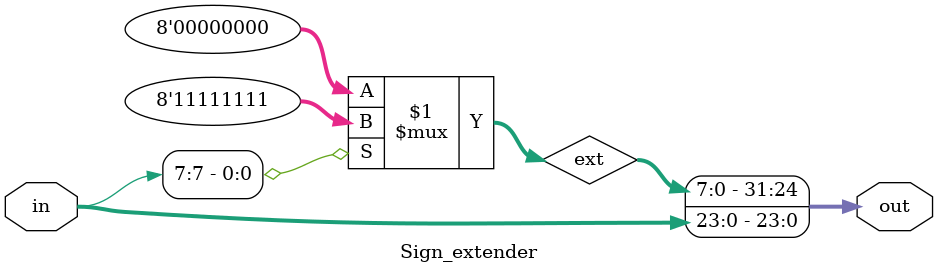
<source format=v>
`timescale 1ps/1ps
module Sign_extender (in,out);
  parameter n = 32, Sign_Bit = 8;
  input [n-Sign_Bit-1:0]in;
  output [n-1:0]out;
  wire [Sign_Bit-1:0] ext;
  assign ext = in[Sign_Bit-1] ? {(Sign_Bit){1'b1}} : {(Sign_Bit){1'b0}};
  assign out = {ext, in};
    
endmodule

</source>
